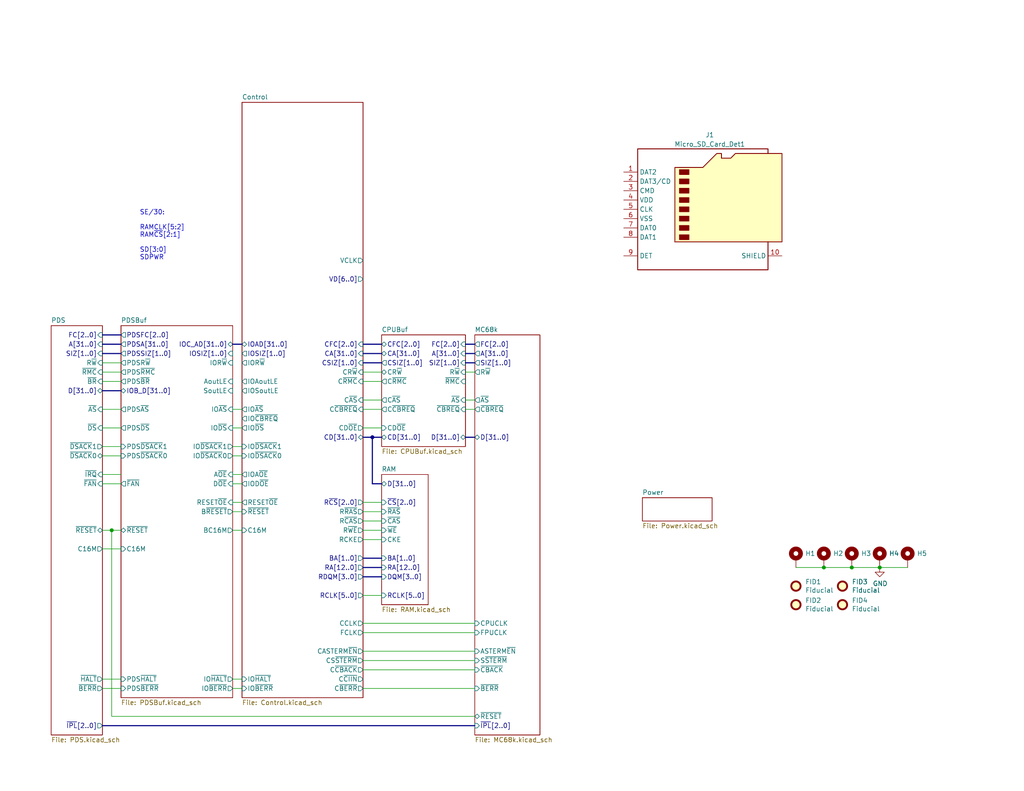
<source format=kicad_sch>
(kicad_sch (version 20230121) (generator eeschema)
  (paper "USLetter")
  (title_block (title "RAM2E II") (date "2020-07-25") (rev "1.0") (company "Garrett's Workshop"))
  (lib_symbols
    (symbol "Connector:Micro_SD_Card_Det1"
      (property "Reference" "J" (at -16.51 17.78 0))
      (property "Value" "Micro_SD_Card_Det1" (at 16.51 17.78 0))
      (symbol "Micro_SD_Card_Det1_0_1"
        (rectangle (start -7.62 -6.985) (end -5.08 -8.255) (stroke (width 0.254)) (fill (type outline)))
        (rectangle (start -7.62 -4.445) (end -5.08 -5.715) (stroke (width 0.254)) (fill (type outline)))
        (rectangle (start -7.62 -1.905) (end -5.08 -3.175) (stroke (width 0.254)) (fill (type outline)))
        (rectangle (start -7.62 0.635) (end -5.08 -0.635) (stroke (width 0.254)) (fill (type outline)))
        (rectangle (start -7.62 3.175) (end -5.08 1.905) (stroke (width 0.254)) (fill (type outline)))
        (rectangle (start -7.62 5.715) (end -5.08 4.445) (stroke (width 0.254)) (fill (type outline)))
        (rectangle (start -7.62 8.255) (end -5.08 6.985) (stroke (width 0.254)) (fill (type outline)))
        (rectangle (start -7.62 10.795) (end -5.08 9.525) (stroke (width 0.254)) (fill (type outline)))
        (polyline (pts (xy 16.51 15.24) (xy 16.51 16.51) (xy -19.05 16.51) (xy -19.05 -16.51) (xy 16.51 -16.51) (xy 16.51 -8.89)) (stroke (width 0.254)))
        (polyline (pts (xy -8.89 -8.89) (xy -8.89 11.43) (xy -1.27 11.43) (xy 2.54 15.24) (xy 3.81 15.24) (xy 3.81 13.97) (xy 6.35 13.97) (xy 7.62 15.24) (xy 20.32 15.24) (xy 20.32 -8.89) (xy -8.89 -8.89)) (stroke (width 0.254)) (fill (type background)))
      )
      (symbol "Micro_SD_Card_Det1_1_1"
        (pin bidirectional line (at -22.86 10.16 0) (length 3.81) (name "DAT2") (number "1"))
        (pin passive line (at 20.32 -12.7 180) (length 3.81) (name "SHIELD") (number "10"))
        (pin bidirectional line (at -22.86 7.62 0) (length 3.81) (name "DAT3/CD") (number "2"))
        (pin input line (at -22.86 5.08 0) (length 3.81) (name "CMD") (number "3"))
        (pin power_in line (at -22.86 2.54 0) (length 3.81) (name "VDD") (number "4"))
        (pin input line (at -22.86 0 0) (length 3.81) (name "CLK") (number "5"))
        (pin power_in line (at -22.86 -2.54 0) (length 3.81) (name "VSS") (number "6"))
        (pin bidirectional line (at -22.86 -5.08 0) (length 3.81) (name "DAT0") (number "7"))
        (pin bidirectional line (at -22.86 -7.62 0) (length 3.81) (name "DAT1") (number "8"))
        (pin passive line (at -22.86 -12.7 0) (length 3.81) (name "DET") (number "9"))
      )
    )
    (symbol "Mechanical:Fiducial"
      (property "Reference" "FID" (at 0 5.08 0))
      (property "Value" "Fiducial" (at 0 3.175 0))
      (symbol "Fiducial_0_1"
        (circle (center 0 0) (radius 1.27) (stroke (width 0.508)) (fill (type background)))
      )
    )
    (symbol "Mechanical:MountingHole_Pad" (pin_numbers hide) (pin_names (offset 1.016) hide)
      (property "Reference" "H" (at 0 6.35 0))
      (property "Value" "MountingHole_Pad" (at 0 4.445 0))
      (symbol "MountingHole_Pad_0_1"
        (circle (center 0 1.27) (radius 1.27) (stroke (width 1.27)))
      )
      (symbol "MountingHole_Pad_1_1"
        (pin input line (at 0 -2.54 90) (length 2.54) (name "1") (number "1"))
      )
    )
    (symbol "power:GND" (power) (pin_names (offset 0))
      (property "Value" "GND" (at 0 -3.81 0))
      (symbol "GND_0_1"
        (polyline (pts (xy 0 0) (xy 0 -1.27) (xy 1.27 -1.27) (xy 0 -2.54) (xy -1.27 -1.27) (xy 0 -1.27)))
      )
      (symbol "GND_1_1"
        (pin power_in line (at 0 0 270) (length 0) hide (name "GND") (number "1"))
      )
    )
  )
  (junction (at 101.6 119.38))
  (junction (at 232.41 154.94))
  (junction (at 240.03 154.94))
  (junction (at 224.79 154.94))
  (junction (at 30.48 144.78))
  (wire (pts (xy 99.06 177.8) (xy 129.54 177.8)))
  (wire (pts (xy 30.48 144.78) (xy 30.48 195.58)))
  (bus (pts (xy 101.6 132.08) (xy 104.14 132.08)))
  (wire (pts (xy 99.06 187.96) (xy 129.54 187.96)))
  (bus (pts (xy 127 96.52) (xy 129.54 96.52)))
  (bus (pts (xy 27.94 198.12) (xy 129.54 198.12)))
  (bus (pts (xy 104.14 99.06) (xy 99.06 99.06)))
  (wire (pts (xy 27.94 144.78) (xy 30.48 144.78)))
  (wire (pts (xy 99.06 104.14) (xy 104.14 104.14)))
  (wire (pts (xy 27.94 99.06) (xy 33.02 99.06)))
  (wire (pts (xy 129.54 111.76) (xy 127 111.76)))
  (wire (pts (xy 66.04 121.92) (xy 63.5 121.92)))
  (wire (pts (xy 99.06 172.72) (xy 129.54 172.72)))
  (bus (pts (xy 104.14 152.4) (xy 99.06 152.4)))
  (wire (pts (xy 99.06 111.76) (xy 104.14 111.76)))
  (wire (pts (xy 247.65 154.94) (xy 240.03 154.94)))
  (wire (pts (xy 99.06 180.34) (xy 129.54 180.34)))
  (bus (pts (xy 127 99.06) (xy 129.54 99.06)))
  (wire (pts (xy 33.02 121.92) (xy 27.94 121.92)))
  (bus (pts (xy 127 93.98) (xy 129.54 93.98)))
  (wire (pts (xy 129.54 109.22) (xy 127 109.22)))
  (wire (pts (xy 33.02 116.84) (xy 27.94 116.84)))
  (wire (pts (xy 66.04 111.76) (xy 63.5 111.76)))
  (bus (pts (xy 101.6 119.38) (xy 104.14 119.38)))
  (wire (pts (xy 66.04 116.84) (xy 63.5 116.84)))
  (bus (pts (xy 104.14 154.94) (xy 99.06 154.94)))
  (wire (pts (xy 99.06 116.84) (xy 104.14 116.84)))
  (wire (pts (xy 30.48 144.78) (xy 33.02 144.78)))
  (wire (pts (xy 66.04 185.42) (xy 63.5 185.42)))
  (wire (pts (xy 99.06 109.22) (xy 104.14 109.22)))
  (wire (pts (xy 99.06 139.7) (xy 104.14 139.7)))
  (wire (pts (xy 99.06 147.32) (xy 104.14 147.32)))
  (wire (pts (xy 240.03 154.94) (xy 232.41 154.94)))
  (wire (pts (xy 99.06 142.24) (xy 104.14 142.24)))
  (wire (pts (xy 27.94 129.54) (xy 33.02 129.54)))
  (wire (pts (xy 66.04 124.46) (xy 63.5 124.46)))
  (bus (pts (xy 27.94 91.44) (xy 33.02 91.44)))
  (wire (pts (xy 33.02 185.42) (xy 27.94 185.42)))
  (wire (pts (xy 66.04 139.7) (xy 63.5 139.7)))
  (wire (pts (xy 99.06 144.78) (xy 104.14 144.78)))
  (wire (pts (xy 99.06 137.16) (xy 104.14 137.16)))
  (wire (pts (xy 66.04 137.16) (xy 63.5 137.16)))
  (wire (pts (xy 99.06 182.88) (xy 129.54 182.88)))
  (wire (pts (xy 224.79 154.94) (xy 217.17 154.94)))
  (wire (pts (xy 99.06 101.6) (xy 104.14 101.6)))
  (wire (pts (xy 30.48 195.58) (xy 129.54 195.58)))
  (bus (pts (xy 63.5 93.98) (xy 66.04 93.98)))
  (bus (pts (xy 99.06 119.38) (xy 101.6 119.38)))
  (wire (pts (xy 27.94 101.6) (xy 33.02 101.6)))
  (bus (pts (xy 99.06 93.98) (xy 104.14 93.98)))
  (wire (pts (xy 27.94 104.14) (xy 33.02 104.14)))
  (wire (pts (xy 27.94 187.96) (xy 33.02 187.96)))
  (wire (pts (xy 99.06 170.18) (xy 129.54 170.18)))
  (wire (pts (xy 33.02 124.46) (xy 27.94 124.46)))
  (wire (pts (xy 66.04 187.96) (xy 63.5 187.96)))
  (bus (pts (xy 101.6 119.38) (xy 101.6 132.08)))
  (bus (pts (xy 127 119.38) (xy 129.54 119.38)))
  (wire (pts (xy 27.94 132.08) (xy 33.02 132.08)))
  (wire (pts (xy 33.02 111.76) (xy 27.94 111.76)))
  (wire (pts (xy 66.04 144.78) (xy 63.5 144.78)))
  (bus (pts (xy 27.94 106.68) (xy 33.02 106.68)))
  (wire (pts (xy 99.06 162.56) (xy 104.14 162.56)))
  (bus (pts (xy 104.14 157.48) (xy 99.06 157.48)))
  (wire (pts (xy 66.04 129.54) (xy 63.5 129.54)))
  (wire (pts (xy 66.04 132.08) (xy 63.5 132.08)))
  (bus (pts (xy 99.06 96.52) (xy 104.14 96.52)))
  (bus (pts (xy 27.94 96.52) (xy 33.02 96.52)))
  (wire (pts (xy 27.94 149.86) (xy 33.02 149.86)))
  (wire (pts (xy 232.41 154.94) (xy 224.79 154.94)))
  (wire (pts (xy 129.54 101.6) (xy 127 101.6)))
  (bus (pts (xy 27.94 93.98) (xy 33.02 93.98)))
  (text "SE/30:\n\nRAMCLK[5:2]\nRAM~{CS}[2:1]\n\nSD[3:0]\nSDPWR" (at 38.1 71.12 0) (effects (font (size 1.27 1.27)) (justify left bottom)))
  (symbol (lib_id "Mechanical:Fiducial") (at 217.17 160.02 0) (unit 1)
    (property "Reference" "FID1" (at 219.71 158.8516 0) (effects (justify left)))
    (property "Value" "Fiducial" (at 219.71 161.163 0) (effects (justify left)))
    (property "Footprint" "stdpads:Fiducial" (effects hide))
  )
  (symbol (lib_id "Mechanical:Fiducial") (at 229.87 160.02 0) (unit 1)
    (property "Reference" "FID3" (at 232.41 158.8516 0) (effects (justify left)))
    (property "Value" "Fiducial" (at 232.41 161.163 0) (effects (justify left)))
    (property "Footprint" "stdpads:Fiducial" (effects hide))
  )
  (symbol (lib_id "Mechanical:Fiducial") (at 217.17 165.1 0) (unit 1)
    (property "Reference" "FID2" (at 219.71 163.9316 0) (effects (justify left)))
    (property "Value" "Fiducial" (at 219.71 166.243 0) (effects (justify left)))
    (property "Footprint" "stdpads:Fiducial" (effects hide))
  )
  (symbol (lib_id "Mechanical:Fiducial") (at 229.87 165.1 0) (unit 1)
    (property "Reference" "FID4" (at 232.41 163.9316 0) (effects (justify left)))
    (property "Value" "Fiducial" (at 232.41 166.243 0) (effects (justify left)))
    (property "Footprint" "stdpads:Fiducial" (effects hide))
  )
  (symbol (lib_id "Mechanical:MountingHole_Pad") (at 217.17 152.4 0) (unit 1)
    (property "Reference" "H1" (at 219.71 151.1046 0) (effects (justify left)))
    (property "Value" " " (at 219.71 153.416 0) (effects (justify left)))
    (property "Footprint" "stdpads:PasteHole_1.1mm_PTH" (effects hide))
  )
  (symbol (lib_id "Mechanical:MountingHole_Pad") (at 224.79 152.4 0) (unit 1)
    (property "Reference" "H2" (at 227.33 151.1046 0) (effects (justify left)))
    (property "Value" " " (at 227.33 153.416 0) (effects (justify left)))
    (property "Footprint" "stdpads:PasteHole_1.1mm_PTH" (effects hide))
  )
  (symbol (lib_id "Mechanical:MountingHole_Pad") (at 232.41 152.4 0) (unit 1)
    (property "Reference" "H3" (at 234.95 151.1046 0) (effects (justify left)))
    (property "Value" " " (at 234.95 153.416 0) (effects (justify left)))
    (property "Footprint" "stdpads:PasteHole_1.1mm_PTH" (effects hide))
  )
  (symbol (lib_id "Mechanical:MountingHole_Pad") (at 240.03 152.4 0) (unit 1)
    (property "Reference" "H4" (at 242.57 151.1046 0) (effects (justify left)))
    (property "Value" " " (at 242.57 153.416 0) (effects (justify left)))
    (property "Footprint" "stdpads:PasteHole_1.1mm_PTH" (effects hide))
  )
  (symbol (lib_id "power:GND") (at 240.03 154.94 0) (unit 1)
    (property "Reference" "#PWR0101" (effects hide))
    (property "Value" "GND" (at 240.157 159.3342 0))
  )
  (symbol (lib_id "Mechanical:MountingHole_Pad") (at 247.65 152.4 0) (unit 1)
    (property "Reference" "H5" (at 250.19 151.1046 0) (effects (justify left)))
    (property "Value" " " (at 250.19 153.416 0) (effects (justify left)))
    (property "Footprint" "stdpads:PasteHole_1.1mm_PTH" (effects hide))
  )
  (symbol (lib_id "Connector:Micro_SD_Card_Det1") (at 193.04 57.15 0) (unit 1)
    (property "Reference" "J1" (at 193.675 36.83 0))
    (property "Value" "Micro_SD_Card_Det1" (at 193.675 39.37 0))
    (property "Datasheet" "https://datasheet.lcsc.com/lcsc/2110151630_XKB-Connectivity-XKTF-015-N_C381082.pdf" (effects hide))
  )
  (sheet (at 13.97 88.9) (size 13.97 111.76)
    (property "Sheetname" "PDS" (at 13.97 88.1884 0) (effects (justify left bottom)))
    (property "Sheetfile" "PDS.kicad_sch" (at 13.97 201.2446 0) (effects (justify left top)))
    (pin "A[31..0]" input (at 27.94 93.98 0))
    (pin "~{AS}" input (at 27.94 111.76 0))
    (pin "R~{W}" input (at 27.94 99.06 0))
    (pin "~{RESET}" bidirectional (at 27.94 144.78 0))
    (pin "~{BERR}" output (at 27.94 187.96 0))
    (pin "C16M" output (at 27.94 149.86 0))
    (pin "~{DS}" input (at 27.94 116.84 0))
    (pin "~{DSACK}0" bidirectional (at 27.94 124.46 0))
    (pin "~{DSACK}1" output (at 27.94 121.92 0))
    (pin "SIZ[1..0]" input (at 27.94 96.52 0))
    (pin "~{HALT}" output (at 27.94 185.42 0))
    (pin "FC[2..0]" input (at 27.94 91.44 0))
    (pin "~{RMC}" input (at 27.94 101.6 0))
    (pin "D[31..0]" bidirectional (at 27.94 106.68 0))
    (pin "~{IPL}[2..0]" output (at 27.94 198.12 0))
    (pin "~{IRQ}" input (at 27.94 129.54 0))
    (pin "~{BR}" input (at 27.94 104.14 0))
    (pin "~{FAN}" input (at 27.94 132.08 0))
  )
  (sheet (at 66.04 27.94) (size 33.02 162.56)
    (property "Sheetname" "Control" (at 66.04 27.2284 0) (effects (justify left bottom)))
    (property "Sheetfile" "Control.kicad_sch" (at 66.04 191.0846 0) (effects (justify left top)))
    (pin "CR~{W}" input (at 99.06 101.6 0))
    (pin "CA[31..0]" input (at 99.06 96.52 0))
    (pin "C16M" input (at 66.04 144.78 180))
    (pin "IO~{HALT}" input (at 66.04 185.42 180))
    (pin "IO~{DSACK}0" input (at 66.04 124.46 180))
    (pin "IO~{BERR}" input (at 66.04 187.96 180))
    (pin "CFC[2..0]" input (at 99.06 93.98 0))
    (pin "RESET~{OE}" output (at 66.04 137.16 180))
    (pin "~{RESET}" input (at 66.04 139.7 180))
    (pin "CD[31..0]" bidirectional (at 99.06 119.38 0))
    (pin "C~{AS}" input (at 99.06 109.22 0))
    (pin "CSIZ[1..0]" input (at 99.06 99.06 0))
    (pin "C~{CBREQ}" input (at 99.06 111.76 0))
    (pin "CS~{STERM}" output (at 99.06 180.34 0))
    (pin "C~{CBACK}" output (at 99.06 182.88 0))
    (pin "C~{BERR}" output (at 99.06 187.96 0))
    (pin "R~{CS}[2..0]" output (at 99.06 137.16 0))
    (pin "R~{RAS}" output (at 99.06 139.7 0))
    (pin "R~{CAS}" output (at 99.06 142.24 0))
    (pin "R~{WE}" output (at 99.06 144.78 0))
    (pin "RCKE" output (at 99.06 147.32 0))
    (pin "BA[1..0]" output (at 99.06 152.4 0))
    (pin "RA[12..0]" output (at 99.06 154.94 0))
    (pin "RDQM[3..0]" output (at 99.06 157.48 0))
    (pin "RCLK[5..0]" output (at 99.06 162.56 0))
    (pin "IOAD[31..0]" bidirectional (at 66.04 93.98 180))
    (pin "C~{CIIN}" output (at 99.06 185.42 0))
    (pin "CCLK" output (at 99.06 170.18 0))
    (pin "FCLK" output (at 99.06 172.72 0))
    (pin "C~{RMC}" input (at 99.06 104.14 0))
    (pin "CD~{OE}" output (at 99.06 116.84 0))
    (pin "IOD~{OE}" output (at 66.04 132.08 180))
    (pin "IOA~{OE}" output (at 66.04 129.54 180))
    (pin "IO~{CBREQ}" output (at 66.04 114.3 180))
    (pin "IOAoutLE" output (at 66.04 104.14 180))
    (pin "IO~{AS}" output (at 66.04 111.76 180))
    (pin "IO~{DS}" output (at 66.04 116.84 180))
    (pin "IOR~{W}" output (at 66.04 99.06 180))
    (pin "IOSoutLE" output (at 66.04 106.68 180))
    (pin "IO~{DSACK}1" input (at 66.04 121.92 180))
    (pin "IOSIZ[1..0]" output (at 66.04 96.52 180))
    (pin "CASTERM~{EN}" output (at 99.06 177.8 0))
    (pin "VD[6..0]" output (at 99.06 76.2 0))
    (pin "VCLK" output (at 99.06 71.12 0))
  )
  (sheet (at 129.54 91.44) (size 17.78 109.22)
    (property "Sheetname" "MC68k" (at 129.54 90.7284 0) (effects (justify left bottom)))
    (property "Sheetfile" "MC68k.kicad_sch" (at 129.54 201.2446 0) (effects (justify left top)))
    (pin "~{AS}" output (at 129.54 109.22 180))
    (pin "~{RESET}" bidirectional (at 129.54 195.58 180))
    (pin "~{BERR}" input (at 129.54 187.96 180))
    (pin "~{CBREQ}" output (at 129.54 111.76 180))
    (pin "D[31..0]" bidirectional (at 129.54 119.38 180))
    (pin "R~{W}" output (at 129.54 101.6 180))
    (pin "A[31..0]" output (at 129.54 96.52 180))
    (pin "FC[2..0]" output (at 129.54 93.98 180))
    (pin "SIZ[1..0]" output (at 129.54 99.06 180))
    (pin "~{IPL}[2..0]" input (at 129.54 198.12 180))
    (pin "CPUCLK" input (at 129.54 170.18 180))
    (pin "S~{STERM}" input (at 129.54 180.34 180))
    (pin "~{CBACK}" input (at 129.54 182.88 180))
    (pin "FPUCLK" input (at 129.54 172.72 180))
    (pin "ASTERM~{EN}" input (at 129.54 177.8 180))
  )
  (sheet (at 33.02 88.9) (size 30.48 101.6)
    (property "Sheetname" "PDSBuf" (at 33.02 88.1884 0) (effects (justify left bottom)))
    (property "Sheetfile" "PDSBuf.kicad_sch" (at 33.02 191.0846 0) (effects (justify left top)))
    (pin "A~{OE}" input (at 63.5 129.54 0))
    (pin "D~{OE}" input (at 63.5 132.08 0))
    (pin "IOB_D[31..0]" bidirectional (at 33.02 106.68 180))
    (pin "IOC_AD[31..0]" bidirectional (at 63.5 93.98 0))
    (pin "RESET~{OE}" input (at 63.5 137.16 0))
    (pin "AoutLE" input (at 63.5 104.14 0))
    (pin "SoutLE" input (at 63.5 106.68 0))
    (pin "~{FAN}" output (at 33.02 132.08 180))
    (pin "IOR~{W}" input (at 63.5 99.06 0))
    (pin "IOSIZ[1..0]" input (at 63.5 96.52 0))
    (pin "PDSFC[2..0]" output (at 33.02 91.44 180))
    (pin "PDSSIZ[1..0]" output (at 33.02 96.52 180))
    (pin "PDS~{RMC}" output (at 33.02 101.6 180))
    (pin "PDSA[31..0]" output (at 33.02 93.98 180))
    (pin "PDS~{BR}" output (at 33.02 104.14 180))
    (pin "PDS~{DS}" output (at 33.02 116.84 180))
    (pin "PDS~{AS}" output (at 33.02 111.76 180))
    (pin "IO~{AS}" input (at 63.5 111.76 0))
    (pin "IO~{DS}" input (at 63.5 116.84 0))
    (pin "PDSR~{W}" output (at 33.02 99.06 180))
    (pin "BC16M" output (at 63.5 144.78 0))
    (pin "B~{RESET}" output (at 63.5 139.7 0))
    (pin "IO~{DSACK}1" output (at 63.5 121.92 0))
    (pin "IO~{BERR}" output (at 63.5 187.96 0))
    (pin "IO~{HALT}" output (at 63.5 185.42 0))
    (pin "IO~{DSACK}0" output (at 63.5 124.46 0))
    (pin "~{RESET}" bidirectional (at 33.02 144.78 180))
    (pin "PDS~{DSACK}1" input (at 33.02 121.92 180))
    (pin "PDS~{DSACK}0" input (at 33.02 124.46 180))
    (pin "PDS~{HALT}" input (at 33.02 185.42 180))
    (pin "C16M" input (at 33.02 149.86 180))
    (pin "PDS~{BERR}" input (at 33.02 187.96 180))
  )
  (sheet (at 104.14 91.44) (size 22.86 30.48)
    (property "Sheetname" "CPUBuf" (at 104.14 90.7284 0) (effects (justify left bottom)))
    (property "Sheetfile" "CPUBuf.kicad_sch" (at 104.14 122.5046 0) (effects (justify left top)))
    (pin "CD~{OE}" input (at 104.14 116.84 180))
    (pin "D[31..0]" bidirectional (at 127 119.38 0))
    (pin "~{CBREQ}" input (at 127 111.76 0))
    (pin "~{AS}" input (at 127 109.22 0))
    (pin "R~{W}" input (at 127 101.6 0))
    (pin "C~{AS}" output (at 104.14 109.22 180))
    (pin "CR~{W}" tri_state (at 104.14 101.6 180))
    (pin "CA[31..0]" tri_state (at 104.14 96.52 180))
    (pin "A[31..0]" input (at 127 96.52 0))
    (pin "CFC[2..0]" tri_state (at 104.14 93.98 180))
    (pin "CSIZ[1..0]" output (at 104.14 99.06 180))
    (pin "C~{CBREQ}" output (at 104.14 111.76 180))
    (pin "CD[31..0]" bidirectional (at 104.14 119.38 180))
    (pin "FC[2..0]" input (at 127 93.98 0))
    (pin "SIZ[1..0]" input (at 127 99.06 0))
    (pin "C~{RMC}" output (at 104.14 104.14 180))
    (pin "~{RMC}" input (at 127 104.14 0))
  )
  (sheet (at 104.14 129.54) (size 12.7 35.56)
    (property "Sheetname" "RAM" (at 104.14 128.8284 0) (effects (justify left bottom)))
    (property "Sheetfile" "RAM.kicad_sch" (at 104.14 165.6846 0) (effects (justify left top)))
    (pin "~{RAS}" input (at 104.14 139.7 180))
    (pin "~{CAS}" input (at 104.14 142.24 180))
    (pin "~{CS}[2..0]" input (at 104.14 137.16 180))
    (pin "~{WE}" input (at 104.14 144.78 180))
    (pin "CKE" input (at 104.14 147.32 180))
    (pin "RCLK[5..0]" input (at 104.14 162.56 180))
    (pin "RA[12..0]" input (at 104.14 154.94 180))
    (pin "D[31..0]" bidirectional (at 104.14 132.08 180))
    (pin "BA[1..0]" input (at 104.14 152.4 180))
    (pin "DQM[3..0]" input (at 104.14 157.48 180))
  )
  (sheet (at 175.26 135.89) (size 19.05 6.35) (stroke (width 0.1524))
    (property "Sheetname" "Power" (at 175.26 135.1784 0) (effects (justify left bottom)))
    (property "Sheetfile" "Power.kicad_sch" (at 175.26 142.8246 0) (effects (justify left top)))
  )
)
</source>
